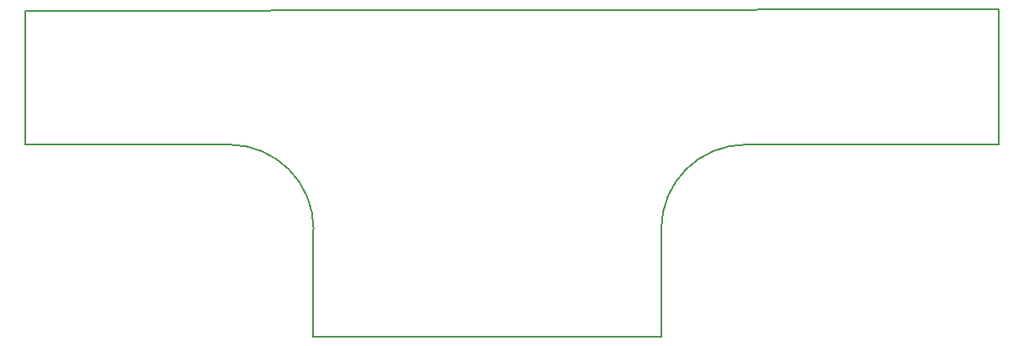
<source format=gbr>
%FSLAX34Y34*%
%MOMM*%
%LNOUTLINE*%
G71*
G01*
%ADD10C, 0.200*%
%LPD*%
G54D10*
X981074Y-136128D02*
X727074Y-136128D01*
G54D10*
G75*
G01X726477Y-136258D02*
G03X641477Y-221258I0J-85000D01*
G01*
G54D10*
X641547Y-221257D02*
X641547Y-330001D01*
G54D10*
G75*
G01X291571Y-221258D02*
G03X206571Y-136258I-85000J0D01*
G01*
G54D10*
X291373Y-221257D02*
X291373Y-330001D01*
G54D10*
X2181Y-136326D02*
X206503Y-136326D01*
X206571Y-136257D01*
G54D10*
X981074Y-136128D02*
X981074Y397D01*
X1586Y-1190D01*
X1586Y-136128D01*
G54D10*
X291373Y-330001D02*
X641547Y-330001D01*
M02*

</source>
